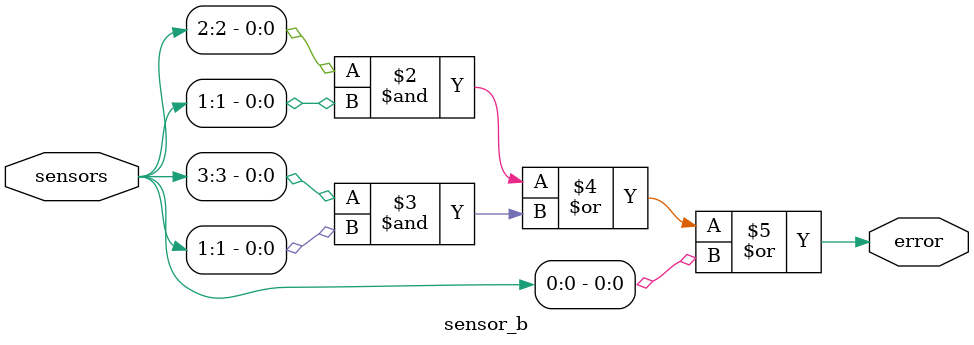
<source format=sv>

module sensor_b
(
 	input wire [3:0] sensors,
	output reg error

);
//F= Bit0 + Bit2*Bit1 + Bit3*Bit1

	//wire output1;
	//wire output2;
	//wire output3;

	//assign output1 = sensors[2] & sensors[1];
	//assign output2 = sensors[3] & sensors[1];
	//assign output3 =  output1 | output2;
	//assign error = sensors[0] | output3;
	
	always_comb
	begin
		error = 1'b0;
		error = sensors[2] & sensors[1] | sensors[3] & sensors[1] | sensors[0];
	end


endmodule
</source>
